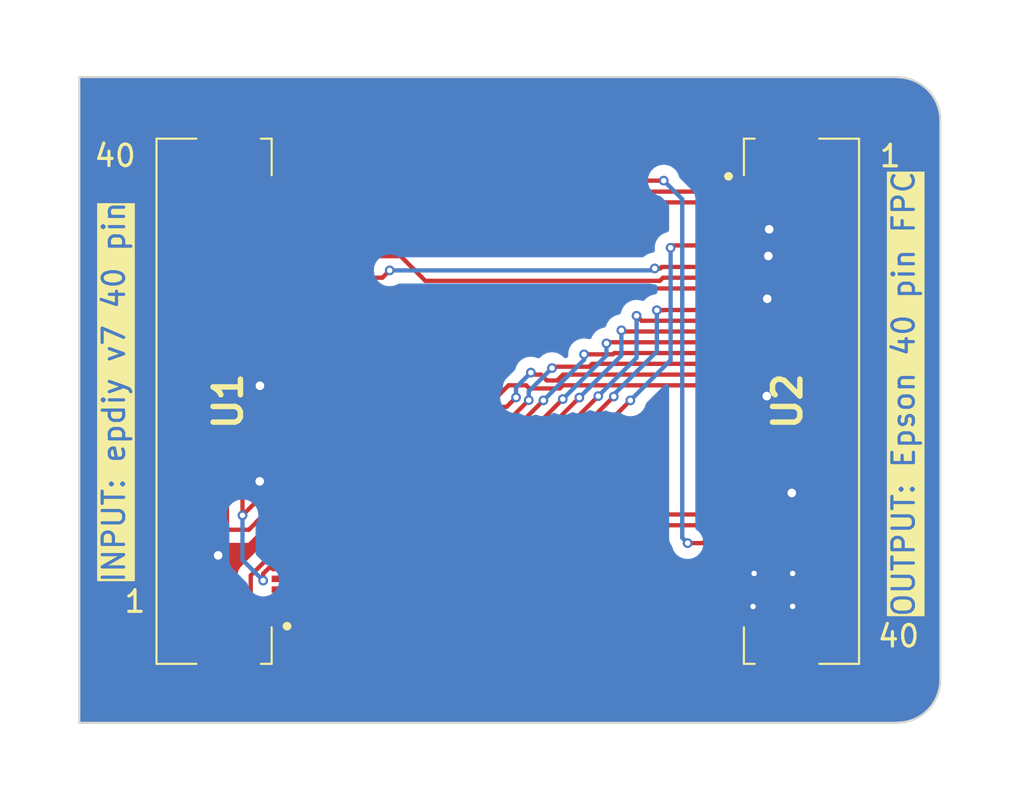
<source format=kicad_pcb>
(kicad_pcb (version 20240108) (generator "pcbnew") (generator_version "8.0")
  (layers (0 "F.Cu" signal) (31 "B.Cu" signal) (34 "B.Paste" user) (35 "F.Paste" user) (36 "B.SilkS" user "B.Silkscreen") (37 "F.SilkS" user "F.Silkscreen") (38 "B.Mask" user) (39 "F.Mask" user) (44 "Edge.Cuts" user))
  (net 0 "")
  (net 1 "GND")
  (net 3 "/EP_OE")
  (net 4 "/D2")
  (net 5 "/-20V")
  (net 6 "/15V")
  (net 7 "EPD_VDD")
  (net 8 "/D7")
  (net 11 "/LEH")
  (net 12 "/CKV")
  (net 13 "/EP_MODE")
  (net 14 "/EP_STV")
  (net 15 "/D3")
  (net 16 "/D4")
  (net 17 "/XCL")
  (net 18 "/EP_VCOM")
  (net 19 "/D5")
  (net 22 "/D0")
  (net 23 "/XSTL")
  (net 24 "/BORDER")
  (net 25 "/D6")
  (net 26 "/-15V")
  (net 27 "/+22V")
  (net 28 "/D1")
  (footprint "footprints:C262674_AFC01S40FCA00" (layer "F.Cu") (at 97.94 46.64 90)
    (property "Reference" "U2" (at 0 0 90) (layer "F.SilkS") (effects (font (size 1.27 1.27) (thickness 0.254))))
    (property "Value" "OUT: EPSON 40 pin" (hide yes))
    (fp_line (start 10.45 -2.84) (end 10.45 -2.84) (stroke (width 0.2)) (layer "F.SilkS"))
    (fp_line (start 10.45 -2.64) (end 10.45 -2.64) (stroke (width 0.2)) (layer "F.SilkS"))
    (fp_line (start 12.2 -2.025) (end 12.2 -1.525) (stroke (width 0.1)) (layer "F.SilkS"))
    (fp_line (start 10.5 -2.025) (end 12.2 -2.025) (stroke (width 0.1)) (layer "F.SilkS"))
    (fp_line (start -10.5 -2.025) (end -12.2 -2.025) (stroke (width 0.1)) (layer "F.SilkS"))
    (fp_line (start -12.2 -2.025) (end -12.2 -1.525) (stroke (width 0.1)) (layer "F.SilkS"))
    (fp_line (start -12.2 1.475) (end -12.2 3.325) (stroke (width 0.1)) (layer "F.SilkS"))
    (fp_line (start 12.2 3.325) (end 12.2 1.475) (stroke (width 0.1)) (layer "F.SilkS"))
    (fp_line (start -12.2 3.325) (end 12.2 3.325) (stroke (width 0.1)) (layer "F.SilkS"))
    (fp_arc (start 10.45 -2.84) (mid 10.55 -2.74) (end 10.45 -2.64) (stroke (width 0.2)) (layer "F.SilkS"))
    (fp_arc (start 10.45 -2.64) (mid 10.35 -2.74) (end 10.45 -2.84) (stroke (width 0.2)) (layer "F.SilkS"))
    (pad "1" smd rect (at 9.75 -2.675 90) (size 0.3 1.3) (layers "F.Cu" "F.Paste" "F.Mask") (net 26 "/-15V"))
    (pad "2" smd rect (at 9.25 -2.675 90) (size 0.3 1.3) (layers "F.Cu" "F.Paste" "F.Mask") (net 6 "/15V"))
    (pad "3" smd rect (at 8.75 -2.675 90) (size 0.3 1.3) (layers "F.Cu" "F.Paste" "F.Mask") (net 18 "/EP_VCOM"))
    (pad "4" smd rect (at 8.25 -2.675 90) (size 0.3 1.3) (layers "F.Cu" "F.Paste" "F.Mask") (net 1 "GND"))
    (pad "5" smd rect (at 7.75 -2.675 90) (size 0.3 1.3) (layers "F.Cu" "F.Paste" "F.Mask") (net 1 "GND"))
    (pad "6" smd rect (at 7.25 -2.675 90) (size 0.3 1.3) (layers "F.Cu" "F.Paste" "F.Mask") (net 17 "/XCL"))
    (pad "7" smd rect (at 6.75 -2.675 90) (size 0.3 1.3) (layers "F.Cu" "F.Paste" "F.Mask") (net 1 "GND"))
    (pad "8" smd rect (at 6.25 -2.675 90) (size 0.3 1.3) (layers "F.Cu" "F.Paste" "F.Mask") (net 11 "/LEH"))
    (pad "9" smd rect (at 5.75 -2.675 90) (size 0.3 1.3) (layers "F.Cu" "F.Paste" "F.Mask") (net 3 "/EP_OE"))
    (pad "10" smd rect (at 5.25 -2.675 90) (size 0.3 1.3) (layers "F.Cu" "F.Paste" "F.Mask") (net 23 "/XSTL"))
    (pad "11" smd rect (at 4.75 -2.675 90) (size 0.3 1.3) (layers "F.Cu" "F.Paste" "F.Mask") (net 1 "GND"))
    (pad "12" smd rect (at 4.25 -2.675 90) (size 0.3 1.3) (layers "F.Cu" "F.Paste" "F.Mask") (net 22 "/D0"))
    (pad "13" smd rect (at 3.75 -2.675 90) (size 0.3 1.3) (layers "F.Cu" "F.Paste" "F.Mask") (net 28 "/D1"))
    (pad "14" smd rect (at 3.25 -2.675 90) (size 0.3 1.3) (layers "F.Cu" "F.Paste" "F.Mask") (net 4 "/D2"))
    (pad "15" smd rect (at 2.75 -2.675 90) (size 0.3 1.3) (layers "F.Cu" "F.Paste" "F.Mask") (net 15 "/D3"))
    (pad "16" smd rect (at 2.25 -2.675 90) (size 0.3 1.3) (layers "F.Cu" "F.Paste" "F.Mask") (net 16 "/D4"))
    (pad "17" smd rect (at 1.75 -2.675 90) (size 0.3 1.3) (layers "F.Cu" "F.Paste" "F.Mask") (net 19 "/D5"))
    (pad "18" smd rect (at 1.25 -2.675 90) (size 0.3 1.3) (layers "F.Cu" "F.Paste" "F.Mask") (net 25 "/D6"))
    (pad "19" smd rect (at 0.75 -2.675 90) (size 0.3 1.3) (layers "F.Cu" "F.Paste" "F.Mask") (net 8 "/D7"))
    (pad "20" smd rect (at 0.25 -2.675 90) (size 0.3 1.3) (layers "F.Cu" "F.Paste" "F.Mask") (net 1 "GND"))
    (pad "21" smd rect (at -0.25 -2.675 90) (size 0.3 1.3) (layers "F.Cu" "F.Paste" "F.Mask"))
    (pad "22" smd rect (at -0.75 -2.675 90) (size 0.3 1.3) (layers "F.Cu" "F.Paste" "F.Mask"))
    (pad "23" smd rect (at -1.25 -2.675 90) (size 0.3 1.3) (layers "F.Cu" "F.Paste" "F.Mask"))
    (pad "24" smd rect (at -1.75 -2.675 90) (size 0.3 1.3) (layers "F.Cu" "F.Paste" "F.Mask"))
    (pad "25" smd rect (at -2.25 -2.675 90) (size 0.3 1.3) (layers "F.Cu" "F.Paste" "F.Mask"))
    (pad "26" smd rect (at -2.75 -2.675 90) (size 0.3 1.3) (layers "F.Cu" "F.Paste" "F.Mask"))
    (pad "27" smd rect (at -3.25 -2.675 90) (size 0.3 1.3) (layers "F.Cu" "F.Paste" "F.Mask"))
    (pad "28" smd rect (at -3.75 -2.675 90) (size 0.3 1.3) (layers "F.Cu" "F.Paste" "F.Mask"))
    (pad "29" smd rect (at -4.25 -2.675 90) (size 0.3 1.3) (layers "F.Cu" "F.Paste" "F.Mask") (net 1 "GND"))
    (pad "30" smd rect (at -4.75 -2.675 90) (size 0.3 1.3) (layers "F.Cu" "F.Paste" "F.Mask") (net 13 "/EP_MODE"))
    (pad "31" smd rect (at -5.25 -2.675 90) (size 0.3 1.3) (layers "F.Cu" "F.Paste" "F.Mask") (net 14 "/EP_STV"))
    (pad "32" smd rect (at -5.75 -2.675 90) (size 0.3 1.3) (layers "F.Cu" "F.Paste" "F.Mask") (net 12 "/CKV"))
    (pad "33" smd rect (at -6.25 -2.675 90) (size 0.3 1.3) (layers "F.Cu" "F.Paste" "F.Mask") (net 24 "/BORDER"))
    (pad "34" smd rect (at -6.75 -2.675 90) (size 0.3 1.3) (layers "F.Cu" "F.Paste" "F.Mask") (net 1 "GND"))
    (pad "35" smd rect (at -7.25 -2.675 90) (size 0.3 1.3) (layers "F.Cu" "F.Paste" "F.Mask") (net 7 "EPD_VDD"))
    (pad "36" smd rect (at -7.75 -2.675 90) (size 0.3 1.3) (layers "F.Cu" "F.Paste" "F.Mask") (net 1 "GND"))
    (pad "37" smd rect (at -8.25 -2.675 90) (size 0.3 1.3) (layers "F.Cu" "F.Paste" "F.Mask") (net 1 "GND"))
    (pad "38" smd rect (at -8.75 -2.675 90) (size 0.3 1.3) (layers "F.Cu" "F.Paste" "F.Mask") (net 5 "/-20V"))
    (pad "39" smd rect (at -9.25 -2.675 90) (size 0.3 1.3) (layers "F.Cu" "F.Paste" "F.Mask") (net 27 "/+22V"))
    (pad "40" smd rect (at -9.75 -2.675 90) (size 0.3 1.3) (layers "F.Cu" "F.Paste" "F.Mask") (net 1 "GND"))
    (pad "MP1" smd rect (at -11.45 0.005 180) (size 1.6 2) (layers "F.Cu" "F.Paste" "F.Mask"))
    (pad "MP2" smd rect (at 11.45 0.005 180) (size 1.6 2) (layers "F.Cu" "F.Paste" "F.Mask"))
  )
  (footprint "footprints:C262674_AFC01S40FCA00" (layer "F.Cu") (at 71.95 46.64 -90)
    (property "Reference" "U1" (at 0 0 90) (layer "F.SilkS") (effects (font (size 1.27 1.27) (thickness 0.254))))
    (property "Value" "INPUT: epdiy v7" (hide yes))
    (fp_line (start -12.2 3.325) (end 12.2 3.325) (stroke (width 0.1)) (layer "F.SilkS"))
    (fp_line (start 12.2 3.325) (end 12.2 1.475) (stroke (width 0.1)) (layer "F.SilkS"))
    (fp_line (start -12.2 1.475) (end -12.2 3.325) (stroke (width 0.1)) (layer "F.SilkS"))
    (fp_line (start -12.2 -2.025) (end -12.2 -1.525) (stroke (width 0.1)) (layer "F.SilkS"))
    (fp_line (start -10.5 -2.025) (end -12.2 -2.025) (stroke (width 0.1)) (layer "F.SilkS"))
    (fp_line (start 10.5 -2.025) (end 12.2 -2.025) (stroke (width 0.1)) (layer "F.SilkS"))
    (fp_line (start 12.2 -2.025) (end 12.2 -1.525) (stroke (width 0.1)) (layer "F.SilkS"))
    (fp_line (start 10.45 -2.64) (end 10.45 -2.64) (stroke (width 0.2)) (layer "F.SilkS"))
    (fp_line (start 10.45 -2.84) (end 10.45 -2.84) (stroke (width 0.2)) (layer "F.SilkS"))
    (fp_arc (start 10.45 -2.64) (mid 10.35 -2.74) (end 10.45 -2.84) (stroke (width 0.2)) (layer "F.SilkS"))
    (fp_arc (start 10.45 -2.84) (mid 10.55 -2.74) (end 10.45 -2.64) (stroke (width 0.2)) (layer "F.SilkS"))
    (pad "1" smd rect (at 9.75 -2.675 270) (size 0.3 1.3) (layers "F.Cu" "F.Paste" "F.Mask") (net 5 "/-20V"))
    (pad "2" smd rect (at 9.25 -2.675 270) (size 0.3 1.3) (layers "F.Cu" "F.Paste" "F.Mask"))
    (pad "3" smd rect (at 8.75 -2.675 270) (size 0.3 1.3) (layers "F.Cu" "F.Paste" "F.Mask") (net 27 "/+22V"))
    (pad "4" smd rect (at 8.25 -2.675 270) (size 0.3 1.3) (layers "F.Cu" "F.Paste" "F.Mask"))
    (pad "5" smd rect (at 7.75 -2.675 270) (size 0.3 1.3) (layers "F.Cu" "F.Paste" "F.Mask") (net 7 "EPD_VDD"))
    (pad "6" smd rect (at 7.25 -2.675 270) (size 0.3 1.3) (layers "F.Cu" "F.Paste" "F.Mask") (net 13 "/EP_MODE"))
    (pad "7" smd rect (at 6.75 -2.675 270) (size 0.3 1.3) (layers "F.Cu" "F.Paste" "F.Mask") (net 12 "/CKV"))
    (pad "8" smd rect (at 6.25 -2.675 270) (size 0.3 1.3) (layers "F.Cu" "F.Paste" "F.Mask") (net 14 "/EP_STV"))
    (pad "9" smd rect (at 5.75 -2.675 270) (size 0.3 1.3) (layers "F.Cu" "F.Paste" "F.Mask") (net 1 "GND"))
    (pad "10" smd rect (at 5.25 -2.675 270) (size 0.3 1.3) (layers "F.Cu" "F.Paste" "F.Mask") (net 18 "/EP_VCOM"))
    (pad "11" smd rect (at 4.75 -2.675 270) (size 0.3 1.3) (layers "F.Cu" "F.Paste" "F.Mask") (net 7 "EPD_VDD"))
    (pad "12" smd rect (at 4.25 -2.675 270) (size 0.3 1.3) (layers "F.Cu" "F.Paste" "F.Mask") (net 1 "GND"))
    (pad "13" smd rect (at 3.75 -2.675 270) (size 0.3 1.3) (layers "F.Cu" "F.Paste" "F.Mask") (net 17 "/XCL"))
    (pad "14" smd rect (at 3.25 -2.675 270) (size 0.3 1.3) (layers "F.Cu" "F.Paste" "F.Mask") (net 22 "/D0"))
    (pad "15" smd rect (at 2.75 -2.675 270) (size 0.3 1.3) (layers "F.Cu" "F.Paste" "F.Mask") (net 28 "/D1"))
    (pad "16" smd rect (at 2.25 -2.675 270) (size 0.3 1.3) (layers "F.Cu" "F.Paste" "F.Mask") (net 4 "/D2"))
    (pad "17" smd rect (at 1.75 -2.675 270) (size 0.3 1.3) (layers "F.Cu" "F.Paste" "F.Mask") (net 15 "/D3"))
    (pad "18" smd rect (at 1.25 -2.675 270) (size 0.3 1.3) (layers "F.Cu" "F.Paste" "F.Mask") (net 16 "/D4"))
    (pad "19" smd rect (at 0.75 -2.675 270) (size 0.3 1.3) (layers "F.Cu" "F.Paste" "F.Mask") (net 19 "/D5"))
    (pad "20" smd rect (at 0.25 -2.675 270) (size 0.3 1.3) (layers "F.Cu" "F.Paste" "F.Mask") (net 25 "/D6"))
    (pad "21" smd rect (at -0.25 -2.675 270) (size 0.3 1.3) (layers "F.Cu" "F.Paste" "F.Mask") (net 8 "/D7"))
    (pad "22" smd rect (at -0.75 -2.675 270) (size 0.3 1.3) (layers "F.Cu" "F.Paste" "F.Mask") (net 1 "GND"))
    (pad "23" smd rect (at -1.25 -2.675 270) (size 0.3 1.3) (layers "F.Cu" "F.Paste" "F.Mask"))
    (pad "24" smd rect (at -1.75 -2.675 270) (size 0.3 1.3) (layers "F.Cu" "F.Paste" "F.Mask"))
    (pad "25" smd rect (at -2.25 -2.675 270) (size 0.3 1.3) (layers "F.Cu" "F.Paste" "F.Mask"))
    (pad "26" smd rect (at -2.75 -2.675 270) (size 0.3 1.3) (layers "F.Cu" "F.Paste" "F.Mask"))
    (pad "27" smd rect (at -3.25 -2.675 270) (size 0.3 1.3) (layers "F.Cu" "F.Paste" "F.Mask"))
    (pad "28" smd rect (at -3.75 -2.675 270) (size 0.3 1.3) (layers "F.Cu" "F.Paste" "F.Mask"))
    (pad "29" smd rect (at -4.25 -2.675 270) (size 0.3 1.3) (layers "F.Cu" "F.Paste" "F.Mask"))
    (pad "30" smd rect (at -4.75 -2.675 270) (size 0.3 1.3) (layers "F.Cu" "F.Paste" "F.Mask"))
    (pad "31" smd rect (at -5.25 -2.675 270) (size 0.3 1.3) (layers "F.Cu" "F.Paste" "F.Mask") (net 23 "/XSTL"))
    (pad "32" smd rect (at -5.75 -2.675 270) (size 0.3 1.3) (layers "F.Cu" "F.Paste" "F.Mask") (net 11 "/LEH"))
    (pad "33" smd rect (at -6.25 -2.675 270) (size 0.3 1.3) (layers "F.Cu" "F.Paste" "F.Mask") (net 3 "/EP_OE"))
    (pad "34" smd rect (at -6.75 -2.675 270) (size 0.3 1.3) (layers "F.Cu" "F.Paste" "F.Mask") (net 7 "EPD_VDD"))
    (pad "35" smd rect (at -7.25 -2.675 270) (size 0.3 1.3) (layers "F.Cu" "F.Paste" "F.Mask"))
    (pad "36" smd rect (at -7.75 -2.675 270) (size 0.3 1.3) (layers "F.Cu" "F.Paste" "F.Mask") (net 6 "/15V"))
    (pad "37" smd rect (at -8.25 -2.675 270) (size 0.3 1.3) (layers "F.Cu" "F.Paste" "F.Mask"))
    (pad "38" smd rect (at -8.75 -2.675 270) (size 0.3 1.3) (layers "F.Cu" "F.Paste" "F.Mask") (net 26 "/-15V"))
    (pad "39" smd rect (at -9.25 -2.675 270) (size 0.3 1.3) (layers "F.Cu" "F.Paste" "F.Mask"))
    (pad "40" smd rect (at -9.75 -2.675 270) (size 0.3 1.3) (layers "F.Cu" "F.Paste" "F.Mask") (net 24 "/BORDER"))
    (pad "MP1" smd rect (at -11.45 0.005) (size 1.6 2) (layers "F.Cu" "F.Paste" "F.Mask"))
    (pad "MP2" smd rect (at 11.45 0.005) (size 1.6 2) (layers "F.Cu" "F.Paste" "F.Mask"))
  )
  (gr_arc (start 105.039999 59.58) (mid 104.450691 60.987762) (end 103.04 61.570024) (stroke (width 0.1)) (layer "Edge.Cuts"))
  (gr_line (start 105.04 33.58) (end 105.04 59.58) (stroke (width 0.1)) (layer "Edge.Cuts"))
  (gr_line (start 65.04 61.58) (end 65.04 31.58) (stroke (width 0.1)) (layer "Edge.Cuts"))
  (gr_line (start 65.04 31.58) (end 103.04 31.58) (stroke (width 0.1)) (layer "Edge.Cuts"))
  (gr_line (start 103.04 61.58) (end 65.04 61.58) (stroke (width 0.1)) (layer "Edge.Cuts"))
  (gr_arc (start 103.04 31.589976) (mid 104.450691 32.172238) (end 105.039999 33.58) (stroke (width 0.1)) (layer "Edge.Cuts"))
  (gr_text "OUTPUT: Epson 40 pin FPC" (at 103.92 56.73 90) (layer "F.SilkS" knockout) (effects (font (size 1 1)) (justify left bottom)))
  (gr_text "1" (at 102.14 35.83 0) (layer "F.SilkS") (effects (font (size 1 1)) (justify left bottom)))
  (gr_text "INPUT: epdiy v7 40 pin" (at 67.23 55.15 90) (layer "F.SilkS" knockout) (effects (font (size 1 1)) (justify left bottom)))
  (gr_text "1" (at 67.05 56.53 0) (layer "F.SilkS") (effects (font (size 1 1)) (justify left bottom)))
  (gr_text "40" (at 65.65 35.82 0) (layer "F.SilkS") (effects (font (size 1 1)) (justify left bottom)))
  (gr_text "40" (at 102.05 58.14 0) (layer "F.SilkS") (effects (font (size 1 1)) (justify left bottom)))
  (segment (start 96.116826 56.4) (end 96.340913 56.175913) (width 0.2) (layer "F.Cu") (net 1))
  (segment (start 74.8 52.4) (end 73.85 52.4) (width 0.2) (layer "F.Cu") (net 1))
  (segment (start 72.45 53.8) (end 71.49 53.8) (width 0.2) (layer "F.Cu") (net 1))
  (segment (start 95.11 53.4) (end 95.96 53.4) (width 0.2) (layer "F.Cu") (net 1))
  (segment (start 74.8 50.9) (end 73.96 50.9) (width 0.2) (layer "F.Cu") (net 1))
  (segment (start 95.11 38.4) (end 96.84 38.4) (width 0.2) (layer "F.Cu") (net 1))
  (segment (start 95.11 54.4) (end 95.11 54.64) (width 0.2) (layer "F.Cu") (net 1))
  (segment (start 95.11 54.64) (end 95.11 54.9) (width 0.2) (layer "F.Cu") (net 1))
  (segment (start 73.45 45.9) (end 73.43 45.92) (width 0.2) (layer "F.Cu") (net 1))
  (segment (start 95.11 39.9) (end 97.04 39.9) (width 0.2) (layer "F.Cu") (net 1))
  (segment (start 95.11 50.9) (end 98.14 50.9) (width 0.2) (layer "F.Cu") (net 1))
  (segment (start 96.84 38.9) (end 97.09 38.65) (width 0.2) (layer "F.Cu") (net 1))
  (segment (start 95.11 41.9) (end 96.98 41.9) (width 0.2) (layer "F.Cu") (net 1))
  (segment (start 95.11 56.4) (end 96.116826 56.4) (width 0.2) (layer "F.Cu") (net 1))
  (segment (start 95.11 38.9) (end 96.84 38.9) (width 0.2) (layer "F.Cu") (net 1))
  (segment (start 73.85 52.4) (end 72.45 53.8) (width 0.2) (layer "F.Cu") (net 1))
  (segment (start 73.96 50.9) (end 73.42 50.36) (width 0.2) (layer "F.Cu") (net 1))
  (segment (start 96.39 53.83) (end 96.39 54.64) (width 0.2) (layer "F.Cu") (net 1))
  (segment (start 96.84 38.4) (end 97.09 38.65) (width 0.2) (layer "F.Cu") (net 1))
  (segment (start 74.8 45.9) (end 73.45 45.9) (width 0.2) (layer "F.Cu") (net 1))
  (segment (start 95.11 46.4) (end 96.98 46.4) (width 0.2) (layer "F.Cu") (net 1))
  (segment (start 97.04 39.9) (end 97.05 39.89) (width 0.2) (layer "F.Cu") (net 1))
  (segment (start 95.11 54.64) (end 96.39 54.64) (width 0.2) (layer "F.Cu") (net 1))
  (segment (start 96.98 41.9) (end 97 41.88) (width 0.2) (layer "F.Cu") (net 1))
  (segment (start 95.96 53.4) (end 96.39 53.83) (width 0.2) (layer "F.Cu") (net 1))
  (via (at 96.340913 56.175913) (size 0.45) (drill 0.25) (layers "F.Cu" "B.Cu") (net 1))
  (via (at 97.09 38.65) (size 0.8) (drill 0.4) (layers "F.Cu" "B.Cu") (net 1))
  (via (at 98.18 54.64) (size 0.45) (drill 0.25) (layers "F.Cu" "B.Cu") (net 1))
  (via (at 96.98 46.4) (size 0.8) (drill 0.4) (layers "F.Cu" "B.Cu") (net 1))
  (via (at 96.39 54.64) (size 0.45) (drill 0.25) (layers "F.Cu" "B.Cu") (net 1))
  (via (at 73.42 50.36) (size 0.8) (drill 0.4) (layers "F.Cu" "B.Cu") (net 1))
  (via (at 73.43 45.92) (size 0.8) (drill 0.4) (layers "F.Cu" "B.Cu") (net 1))
  (via (at 71.49 53.8) (size 0.8) (drill 0.4) (layers "F.Cu" "B.Cu") (net 1))
  (via (at 97.05 39.89) (size 0.8) (drill 0.4) (layers "F.Cu" "B.Cu") (net 1))
  (via (at 98.18 56.17) (size 0.45) (drill 0.25) (layers "F.Cu" "B.Cu") (net 1))
  (via (at 98.14 50.9) (size 0.8) (drill 0.4) (layers "F.Cu" "B.Cu") (net 1))
  (via (at 97 41.88) (size 0.8) (drill 0.4) (layers "F.Cu" "B.Cu") (net 1))
  (segment (start 96.340913 56.175913) (end 98.174087 56.175913) (width 0.2) (layer "B.Cu") (net 1))
  (segment (start 98.174087 56.175913) (end 98.18 56.17) (width 0.2) (layer "B.Cu") (net 1))
  (segment (start 96.39 54.64) (end 98.18 54.64) (width 0.2) (layer "B.Cu") (net 1))
  (segment (start 79.97 39.9) (end 76.23 39.9) (width 0.2) (layer "F.Cu") (net 3))
  (segment (start 95.11 40.9) (end 92.153173 40.9) (width 0.2) (layer "F.Cu") (net 3))
  (segment (start 92.153173 40.9) (end 92.008173 41.045) (width 0.2) (layer "F.Cu") (net 3))
  (segment (start 75.73 40.4) (end 74.8 40.4) (width 0.2) (layer "F.Cu") (net 3))
  (segment (start 92.008173 41.045) (end 81.115 41.045) (width 0.2) (layer "F.Cu") (net 3))
  (segment (start 81.115 41.045) (end 79.97 39.9) (width 0.2) (layer "F.Cu") (net 3))
  (segment (start 76.23 39.9) (end 75.73 40.4) (width 0.2) (layer "F.Cu") (net 3))
  (segment (start 90.28 43.4) (end 90.223413 43.343413) (width 0.2) (layer "F.Cu") (net 4))
  (segment (start 95.11 43.4) (end 90.28 43.4) (width 0.2) (layer "F.Cu") (net 4))
  (segment (start 85.84 48.9) (end 88.27 46.47) (width 0.2) (layer "F.Cu") (net 4))
  (segment (start 74.8 48.9) (end 85.84 48.9) (width 0.2) (layer "F.Cu") (net 4))
  (via (at 88.27 46.47) (size 0.45) (drill 0.25) (layers "F.Cu" "B.Cu") (net 4))
  (via (at 90.223413 43.343413) (size 0.45) (drill 0.25) (layers "F.Cu" "B.Cu") (net 4))
  (segment (start 88.27 46.47) (end 90.223413 44.516587) (width 0.2) (layer "B.Cu") (net 4))
  (segment (start 90.223413 44.516587) (end 90.223413 43.343413) (width 0.2) (layer "B.Cu") (net 4))
  (segment (start 96.53 55.4) (end 96.815913 55.685913) (width 0.2) (layer "F.Cu") (net 5))
  (segment (start 96.815913 56.379113) (end 96.395026 56.8) (width 0.2) (layer "F.Cu") (net 5))
  (segment (start 96.815913 55.685913) (end 96.815913 56.379113) (width 0.2) (layer "F.Cu") (net 5))
  (segment (start 75.2 56.8) (end 74.8 56.4) (width 0.2) (layer "F.Cu") (net 5))
  (segment (start 95.11 55.4) (end 96.53 55.4) (width 0.2) (layer "F.Cu") (net 5))
  (segment (start 96.395026 56.8) (end 75.2 56.8) (width 0.2) (layer "F.Cu") (net 5))
  (segment (start 89.57 38.9) (end 91.07 37.4) (width 0.2) (layer "F.Cu") (net 6))
  (segment (start 91.07 37.4) (end 95.11 37.4) (width 0.2) (layer "F.Cu") (net 6))
  (segment (start 74.8 38.9) (end 89.57 38.9) (width 0.2) (layer "F.Cu") (net 6))
  (segment (start 72.62 51.94) (end 73.16 51.4) (width 0.2) (layer "F.Cu") (net 7))
  (segment (start 73.16 51.4) (end 74.8 51.4) (width 0.2) (layer "F.Cu") (net 7))
  (segment (start 73.58 54.651801) (end 73.58 54.97) (width 0.2) (layer "F.Cu") (net 7))
  (segment (start 73.841801 54.39) (end 73.58 54.651801) (width 0.2) (layer "F.Cu") (net 7))
  (segment (start 74.625 54.39) (end 73.841801 54.39) (width 0.2) (layer "F.Cu") (net 7))
  (segment (start 93.82 54.39) (end 93.925 54.285) (width 0.2) (layer "F.Cu") (net 7))
  (segment (start 74.625 54.39) (end 93.82 54.39) (width 0.2) (layer "F.Cu") (net 7))
  (segment (start 94.31 53.9) (end 95.11 53.9) (width 0.2) (layer "F.Cu") (net 7))
  (segment (start 74.8 39.9) (end 73.34 39.9) (width 0.2) (layer "F.Cu") (net 7))
  (segment (start 73.34 39.9) (end 72.62 40.62) (width 0.2) (layer "F.Cu") (net 7))
  (segment (start 72.62 40.62) (end 72.62 51.94) (width 0.2) (layer "F.Cu") (net 7))
  (segment (start 93.925 54.285) (end 94.31 53.9) (width 0.2) (layer "F.Cu") (net 7))
  (via (at 72.62 51.94) (size 0.45) (drill 0.25) (layers "F.Cu" "B.Cu") (net 7))
  (via (at 73.58 54.97) (size 0.45) (drill 0.25) (layers "F.Cu" "B.Cu") (net 7))
  (segment (start 73.58 54.97) (end 72.62 54.01) (width 0.2) (layer "B.Cu") (net 7))
  (segment (start 72.62 54.01) (end 72.62 51.94) (width 0.2) (layer "B.Cu") (net 7))
  (segment (start 87.508148 45.9) (end 87.363148 46.045) (width 0.2) (layer "F.Cu") (net 8))
  (segment (start 84.98 45.9) (end 84.48 46.4) (width 0.2) (layer "F.Cu") (net 8))
  (segment (start 95.11 45.9) (end 87.508148 45.9) (width 0.2) (layer "F.Cu") (net 8))
  (segment (start 84.48 46.4) (end 74.8 46.4) (width 0.2) (layer "F.Cu") (net 8))
  (segment (start 87.363148 46.045) (end 85.941827 46.045) (width 0.2) (layer "F.Cu") (net 8))
  (segment (start 85.941827 46.045) (end 85.796827 45.9) (width 0.2) (layer "F.Cu") (net 8))
  (segment (start 85.796827 45.9) (end 84.98 45.9) (width 0.2) (layer "F.Cu") (net 8))
  (segment (start 74.8 40.9) (end 79.12 40.9) (width 0.2) (layer "F.Cu") (net 11))
  (segment (start 91.77 40.47) (end 92.03 40.47) (width 0.2) (layer "F.Cu") (net 11))
  (segment (start 79.12 40.9) (end 79.46 40.56) (width 0.2) (layer "F.Cu") (net 11))
  (segment (start 92.1 40.4) (end 95.11 40.4) (width 0.2) (layer "F.Cu") (net 11))
  (segment (start 92.03 40.47) (end 92.1 40.4) (width 0.2) (layer "F.Cu") (net 11))
  (via (at 79.46 40.56) (size 0.45) (drill 0.25) (layers "F.Cu" "B.Cu") (net 11))
  (via (at 91.77 40.47) (size 0.45) (drill 0.25) (layers "F.Cu" "B.Cu") (net 11))
  (segment (start 91.68 40.56) (end 91.77 40.47) (width 0.2) (layer "B.Cu") (net 11))
  (segment (start 79.46 40.56) (end 91.68 40.56) (width 0.2) (layer "B.Cu") (net 11))
  (segment (start 90.69 53.4) (end 91.69 52.4) (width 0.2) (layer "F.Cu") (net 12))
  (segment (start 74.8 53.4) (end 90.69 53.4) (width 0.2) (layer "F.Cu") (net 12))
  (segment (start 91.69 52.4) (end 95.11 52.4) (width 0.2) (layer "F.Cu") (net 12))
  (segment (start 96.08 57.54) (end 96.15 57.54) (width 0.2) (layer "F.Cu") (net 13))
  (segment (start 96.48 51.4) (end 95.11 51.4) (width 0.2) (layer "F.Cu") (net 13))
  (segment (start 74.8 53.9) (end 73.836827 53.9) (width 0.2) (layer "F.Cu") (net 13))
  (segment (start 73.71 57.54) (end 96.08 57.54) (width 0.2) (layer "F.Cu") (net 13))
  (segment (start 96.15 57.54) (end 97.41 56.28) (width 0.2) (layer "F.Cu") (net 13))
  (segment (start 97.41 52.33) (end 96.48 51.4) (width 0.2) (layer "F.Cu") (net 13))
  (segment (start 73.836827 53.9) (end 73.005 54.731827) (width 0.2) (layer "F.Cu") (net 13))
  (segment (start 73.005 56.835) (end 73.71 57.54) (width 0.2) (layer "F.Cu") (net 13))
  (segment (start 97.41 56.02) (end 97.41 52.33) (width 0.2) (layer "F.Cu") (net 13))
  (segment (start 73.005 54.731827) (end 73.005 56.835) (width 0.2) (layer "F.Cu") (net 13))
  (segment (start 97.41 56.28) (end 97.41 56.02) (width 0.2) (layer "F.Cu") (net 13))
  (segment (start 74.8 52.9) (end 89.18 52.9) (width 0.2) (layer "F.Cu") (net 14))
  (segment (start 90.18 51.9) (end 95.11 51.9) (width 0.2) (layer "F.Cu") (net 14))
  (segment (start 89.18 52.9) (end 90.18 51.9) (width 0.2) (layer "F.Cu") (net 14))
  (segment (start 85.64 48.4) (end 87.5 46.54) (width 0.2) (layer "F.Cu") (net 15))
  (segment (start 74.8 48.4) (end 85.64 48.4) (width 0.2) (layer "F.Cu") (net 15))
  (segment (start 89.58 43.9) (end 95.11 43.9) (width 0.2) (layer "F.Cu") (net 15))
  (segment (start 89.53 43.95) (end 89.58 43.9) (width 0.2) (layer "F.Cu") (net 15))
  (via (at 87.5 46.54) (size 0.45) (drill 0.25) (layers "F.Cu" "B.Cu") (net 15))
  (via (at 89.53 43.95) (size 0.45) (drill 0.25) (layers "F.Cu" "B.Cu") (net 15))
  (segment (start 89.53 44.51) (end 89.53 43.95) (width 0.2) (layer "B.Cu") (net 15))
  (segment (start 87.5 46.54) (end 89.53 44.51) (width 0.2) (layer "B.Cu") (net 15))
  (segment (start 89.833173 44.46) (end 89.893173 44.4) (width 0.2) (layer "F.Cu") (net 16))
  (segment (start 89.893173 44.4) (end 95.11 44.4) (width 0.2) (layer "F.Cu") (net 16))
  (segment (start 74.8 47.9) (end 85.3 47.9) (width 0.2) (layer "F.Cu") (net 16))
  (segment (start 88.49 44.46) (end 89.833173 44.46) (width 0.2) (layer "F.Cu") (net 16))
  (segment (start 85.3 47.9) (end 86.6 46.6) (width 0.2) (layer "F.Cu") (net 16))
  (via (at 88.49 44.46) (size 0.45) (drill 0.25) (layers "F.Cu" "B.Cu") (net 16))
  (via (at 86.6 46.6) (size 0.45) (drill 0.25) (layers "F.Cu" "B.Cu") (net 16))
  (segment (start 88.49 44.71) (end 88.49 44.46) (width 0.2) (layer "B.Cu") (net 16))
  (segment (start 86.6 46.6) (end 88.49 44.71) (width 0.2) (layer "B.Cu") (net 16))
  (segment (start 92.62 39.4) (end 95.11 39.4) (width 0.2) (layer "F.Cu") (net 17))
  (segment (start 74.8 50.4) (end 86.84 50.4) (width 0.2) (layer "F.Cu") (net 17))
  (segment (start 86.84 50.4) (end 90.64 46.6) (width 0.2) (layer "F.Cu") (net 17))
  (segment (start 92.51 39.51) (end 92.62 39.4) (width 0.2) (layer "F.Cu") (net 17))
  (via (at 92.51 39.51) (size 0.45) (drill 0.25) (layers "F.Cu" "B.Cu") (net 17))
  (via (at 90.64 46.6) (size 0.45) (drill 0.25) (layers "F.Cu" "B.Cu") (net 17))
  (segment (start 92.51 44.73) (end 92.51 39.51) (width 0.2) (layer "B.Cu") (net 17))
  (segment (start 90.64 46.6) (end 92.51 44.73) (width 0.2) (layer "B.Cu") (net 17))
  (segment (start 74.8 51.9) (end 73.615026 51.9) (width 0.2) (layer "F.Cu") (net 18))
  (segment (start 73.615026 51.9) (end 73.27 52.245026) (width 0.2) (layer "F.Cu") (net 18))
  (segment (start 75.22 34.33) (end 95.2 34.33) (width 0.2) (layer "F.Cu") (net 18))
  (segment (start 73.27 52.255026) (end 72.915026 52.61) (width 0.2) (layer "F.Cu") (net 18))
  (segment (start 71.9 37.48) (end 75.05 34.33) (width 0.2) (layer "F.Cu") (net 18))
  (segment (start 71.9 52.61) (end 71.9 37.48) (width 0.2) (layer "F.Cu") (net 18))
  (segment (start 75.05 34.33) (end 75.22 34.33) (width 0.2) (layer "F.Cu") (net 18))
  (segment (start 73.27 52.245026) (end 73.27 52.255026) (width 0.2) (layer "F.Cu") (net 18))
  (segment (start 96.08 37.9) (end 95.11 37.9) (width 0.2) (layer "F.Cu") (net 18))
  (segment (start 72.915026 52.61) (end 71.9 52.61) (width 0.2) (layer "F.Cu") (net 18))
  (segment (start 96.24 37.74) (end 96.24 35.37) (width 0.2) (layer "F.Cu") (net 18))
  (segment (start 95.2 34.33) (end 96.24 35.37) (width 0.2) (layer "F.Cu") (net 18))
  (segment (start 96.08 37.9) (end 96.24 37.74) (width 0.2) (layer "F.Cu") (net 18))
  (segment (start 87.065 45.035) (end 88.728173 45.035) (width 0.2) (layer "F.Cu") (net 19))
  (segment (start 85.11 47.4) (end 85.92 46.59) (width 0.2) (layer "F.Cu") (net 19))
  (segment (start 88.863173 44.9) (end 95.11 44.9) (width 0.2) (layer "F.Cu") (net 19))
  (segment (start 87 45.1) (end 87.065 45.035) (width 0.2) (layer "F.Cu") (net 19))
  (segment (start 74.8 47.4) (end 85.11 47.4) (width 0.2) (layer "F.Cu") (net 19))
  (segment (start 88.728173 45.035) (end 88.863173 44.9) (width 0.2) (layer "F.Cu") (net 19))
  (via (at 87 45.1) (size 0.45) (drill 0.25) (layers "F.Cu" "B.Cu") (net 19))
  (via (at 85.92 46.59) (size 0.45) (drill 0.25) (layers "F.Cu" "B.Cu") (net 19))
  (segment (start 85.92 46.18) (end 87 45.1) (width 0.2) (layer "B.Cu") (net 19))
  (segment (start 85.92 46.59) (end 85.92 46.18) (width 0.2) (layer "B.Cu") (net 19))
  (segment (start 86.39 49.9) (end 89.87 46.42) (width 0.2) (layer "F.Cu") (net 22))
  (segment (start 91.87 42.41) (end 92.13 42.41) (width 0.2) (layer "F.Cu") (net 22))
  (segment (start 92.14 42.4) (end 95.11 42.4) (width 0.2) (layer "F.Cu") (net 22))
  (segment (start 74.8 49.9) (end 86.39 49.9) (width 0.2) (layer "F.Cu") (net 22))
  (segment (start 92.13 42.41) (end 92.14 42.4) (width 0.2) (layer "F.Cu") (net 22))
  (via (at 91.87 42.41) (size 0.45) (drill 0.25) (layers "F.Cu" "B.Cu") (net 22))
  (via (at 89.87 46.42) (size 0.45) (drill 0.25) (layers "F.Cu" "B.Cu") (net 22))
  (segment (start 89.87 46.42) (end 89.87 46.33) (width 0.2) (layer "B.Cu") (net 22))
  (segment (start 91.87 44.33) (end 91.87 42.41) (width 0.2) (layer "B.Cu") (net 22))
  (segment (start 89.87 46.33) (end 91.87 44.33) (width 0.2) (layer "B.Cu") (net 22))
  (segment (start 74.8 41.4) (end 95.11 41.4) (width 0.2) (layer "F.Cu") (net 23))
  (segment (start 94.34 52.9) (end 94.01 53.23) (width 0.2) (layer "F.Cu") (net 24))
  (segment (start 77.05 36.9) (end 74.8 36.9) (width 0.2) (layer "F.Cu") (net 24))
  (segment (start 94.01 53.23) (end 93.3 53.23) (width 0.2) (layer "F.Cu") (net 24))
  (segment (start 77.56 36.39) (end 77.05 36.9) (width 0.2) (layer "F.Cu") (net 24))
  (segment (start 92.19 36.39) (end 77.56 36.39) (width 0.2) (layer "F.Cu") (net 24))
  (segment (start 95.11 52.9) (end 94.34 52.9) (width 0.2) (layer "F.Cu") (net 24))
  (via (at 92.19 36.39) (size 0.45) (drill 0.25) (layers "F.Cu" "B.Cu") (net 24))
  (via (at 93.3 53.23) (size 0.45) (drill 0.25) (layers "F.Cu" "B.Cu") (net 24))
  (segment (start 93.05 37.25) (end 92.19 36.39) (width 0.2) (layer "B.Cu") (net 24))
  (segment (start 93.3 53.23) (end 93.05 52.98) (width 0.2) (layer "B.Cu") (net 24))
  (segment (start 93.05 52.98) (end 93.05 37.25) (width 0.2) (layer "B.Cu") (net 24))
  (segment (start 87.513173 45.4) (end 87.238173 45.675) (width 0.2) (layer "F.Cu") (net 25))
  (segment (start 87.238173 45.675) (end 86.761827 45.675) (width 0.2) (layer "F.Cu") (net 25))
  (segment (start 86.761827 45.675) (end 86.486827 45.4) (width 0.2) (layer "F.Cu") (net 25))
  (segment (start 86.486827 45.4) (end 86.11 45.4) (width 0.2) (layer "F.Cu") (net 25))
  (segment (start 86.11 45.4) (end 86.018413 45.308413) (width 0.2) (layer "F.Cu") (net 25))
  (segment (start 74.8 46.9) (end 84.89 46.9) (width 0.2) (layer "F.Cu") (net 25))
  (segment (start 84.89 46.9) (end 85.33 46.46) (width 0.2) (layer "F.Cu") (net 25))
  (segment (start 95.11 45.4) (end 87.513173 45.4) (width 0.2) (layer "F.Cu") (net 25))
  (via (at 85.33 46.46) (size 0.45) (drill 0.25) (layers "F.Cu" "B.Cu") (net 25))
  (via (at 86.018413 45.308413) (size 0.45) (drill 0.25) (layers "F.Cu" "B.Cu") (net 25))
  (segment (start 85.33 46.46) (end 85.33 45.996826) (width 0.2) (layer "B.Cu") (net 25))
  (segment (start 85.33 45.996826) (end 86.018413 45.308413) (width 0.2) (layer "B.Cu") (net 25))
  (segment (start 74.8 37.9) (end 89.57 37.9) (width 0.2) (layer "F.Cu") (net 26))
  (segment (start 90.57 36.9) (end 95.11 36.9) (width 0.2) (layer "F.Cu") (net 26))
  (segment (start 89.57 37.9) (end 90.57 36.9) (width 0.2) (layer "F.Cu") (net 26))
  (segment (start 91.77 55.9) (end 95.11 55.9) (width 0.2) (layer "F.Cu") (net 27))
  (segment (start 74.8 55.4) (end 91.27 55.4) (width 0.2) (layer "F.Cu") (net 27))
  (segment (start 91.27 55.4) (end 91.77 55.9) (width 0.2) (layer "F.Cu") (net 27))
  (segment (start 86.15 49.4) (end 89.15 46.4) (width 0.2) (layer "F.Cu") (net 28))
  (segment (start 95.11 42.9) (end 91.16 42.9) (width 0.2) (layer "F.Cu") (net 28))
  (segment (start 91.16 42.9) (end 90.928413 42.668413) (width 0.2) (layer "F.Cu") (net 28))
  (segment (start 74.8 49.4) (end 86.15 49.4) (width 0.2) (layer "F.Cu") (net 28))
  (via (at 89.15 46.4) (size 0.45) (drill 0.25) (layers "F.Cu" "B.Cu") (net 28))
  (via (at 90.928413 42.668413) (size 0.45) (drill 0.25) (layers "F.Cu" "B.Cu") (net 28))
  (segment (start 90.928413 44.621587) (end 90.928413 42.668413) (width 0.2) (layer "B.Cu") (net 28))
  (segment (start 89.15 46.4) (end 90.928413 44.621587) (width 0.2) (layer "B.Cu") (net 28))
  (zone (net 1) (net_name "GND") (layer "F.Cu") (connect_pads (clearance 0.508)) (min_thickness 0.254) (fill yes (thermal_gap 0.508) (thermal_bridge_width 0.508))
    (polygon (pts (xy 108.45432 65.197943) (xy 61.404117 65.397732) (xy 61.354117 28.447732) (xy 108.504117 28.397732)))
  )
  (zone (net 1) (net_name "GND") (layer "B.Cu") (connect_pads (clearance 0.508)) (min_thickness 0.254) (fill yes (thermal_gap 0.508) (thermal_bridge_width 0.508))
    (polygon (pts (xy 108.888949 64.797922) (xy 61.838746 64.997711) (xy 61.788746 28.047711) (xy 108.938746 27.997711)))
  )
)
</source>
